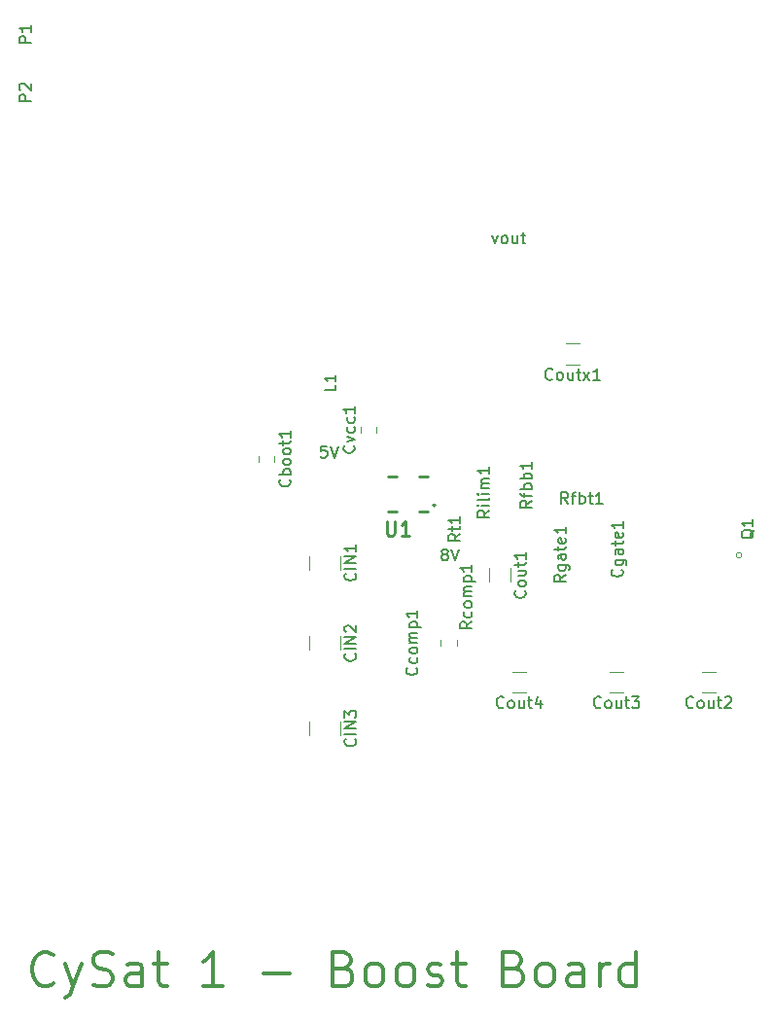
<source format=gbr>
G04 #@! TF.GenerationSoftware,KiCad,Pcbnew,(5.1.4)-1*
G04 #@! TF.CreationDate,2019-12-03T11:55:19-06:00*
G04 #@! TF.ProjectId,Boost,426f6f73-742e-46b6-9963-61645f706362,rev?*
G04 #@! TF.SameCoordinates,Original*
G04 #@! TF.FileFunction,Legend,Top*
G04 #@! TF.FilePolarity,Positive*
%FSLAX46Y46*%
G04 Gerber Fmt 4.6, Leading zero omitted, Abs format (unit mm)*
G04 Created by KiCad (PCBNEW (5.1.4)-1) date 2019-12-03 11:55:19*
%MOMM*%
%LPD*%
G04 APERTURE LIST*
%ADD10C,0.150000*%
%ADD11C,0.300000*%
%ADD12C,0.120000*%
%ADD13C,0.254000*%
%ADD14C,0.250000*%
G04 APERTURE END LIST*
D10*
X147923428Y-73547314D02*
X148161523Y-74213980D01*
X148399619Y-73547314D01*
X148923428Y-74213980D02*
X148828190Y-74166361D01*
X148780571Y-74118742D01*
X148732952Y-74023504D01*
X148732952Y-73737790D01*
X148780571Y-73642552D01*
X148828190Y-73594933D01*
X148923428Y-73547314D01*
X149066285Y-73547314D01*
X149161523Y-73594933D01*
X149209142Y-73642552D01*
X149256761Y-73737790D01*
X149256761Y-74023504D01*
X149209142Y-74118742D01*
X149161523Y-74166361D01*
X149066285Y-74213980D01*
X148923428Y-74213980D01*
X150113904Y-73547314D02*
X150113904Y-74213980D01*
X149685333Y-73547314D02*
X149685333Y-74071123D01*
X149732952Y-74166361D01*
X149828190Y-74213980D01*
X149971047Y-74213980D01*
X150066285Y-74166361D01*
X150113904Y-74118742D01*
X150447238Y-73547314D02*
X150828190Y-73547314D01*
X150590095Y-73213980D02*
X150590095Y-74071123D01*
X150637714Y-74166361D01*
X150732952Y-74213980D01*
X150828190Y-74213980D01*
X143697390Y-101252352D02*
X143602152Y-101204733D01*
X143554533Y-101157114D01*
X143506914Y-101061876D01*
X143506914Y-101014257D01*
X143554533Y-100919019D01*
X143602152Y-100871400D01*
X143697390Y-100823780D01*
X143887866Y-100823780D01*
X143983104Y-100871400D01*
X144030723Y-100919019D01*
X144078342Y-101014257D01*
X144078342Y-101061876D01*
X144030723Y-101157114D01*
X143983104Y-101204733D01*
X143887866Y-101252352D01*
X143697390Y-101252352D01*
X143602152Y-101299971D01*
X143554533Y-101347590D01*
X143506914Y-101442828D01*
X143506914Y-101633304D01*
X143554533Y-101728542D01*
X143602152Y-101776161D01*
X143697390Y-101823780D01*
X143887866Y-101823780D01*
X143983104Y-101776161D01*
X144030723Y-101728542D01*
X144078342Y-101633304D01*
X144078342Y-101442828D01*
X144030723Y-101347590D01*
X143983104Y-101299971D01*
X143887866Y-101252352D01*
X144364057Y-100823780D02*
X144697390Y-101823780D01*
X145030723Y-100823780D01*
X133515123Y-91857580D02*
X133038933Y-91857580D01*
X132991314Y-92333771D01*
X133038933Y-92286152D01*
X133134171Y-92238533D01*
X133372266Y-92238533D01*
X133467504Y-92286152D01*
X133515123Y-92333771D01*
X133562742Y-92429009D01*
X133562742Y-92667104D01*
X133515123Y-92762342D01*
X133467504Y-92809961D01*
X133372266Y-92857580D01*
X133134171Y-92857580D01*
X133038933Y-92809961D01*
X132991314Y-92762342D01*
X133848457Y-91857580D02*
X134181790Y-92857580D01*
X134515123Y-91857580D01*
D11*
X109739000Y-138612428D02*
X109596142Y-138755285D01*
X109167571Y-138898142D01*
X108881857Y-138898142D01*
X108453285Y-138755285D01*
X108167571Y-138469571D01*
X108024714Y-138183857D01*
X107881857Y-137612428D01*
X107881857Y-137183857D01*
X108024714Y-136612428D01*
X108167571Y-136326714D01*
X108453285Y-136041000D01*
X108881857Y-135898142D01*
X109167571Y-135898142D01*
X109596142Y-136041000D01*
X109739000Y-136183857D01*
X110739000Y-136898142D02*
X111453285Y-138898142D01*
X112167571Y-136898142D02*
X111453285Y-138898142D01*
X111167571Y-139612428D01*
X111024714Y-139755285D01*
X110739000Y-139898142D01*
X113167571Y-138755285D02*
X113596142Y-138898142D01*
X114310428Y-138898142D01*
X114596142Y-138755285D01*
X114739000Y-138612428D01*
X114881857Y-138326714D01*
X114881857Y-138041000D01*
X114739000Y-137755285D01*
X114596142Y-137612428D01*
X114310428Y-137469571D01*
X113739000Y-137326714D01*
X113453285Y-137183857D01*
X113310428Y-137041000D01*
X113167571Y-136755285D01*
X113167571Y-136469571D01*
X113310428Y-136183857D01*
X113453285Y-136041000D01*
X113739000Y-135898142D01*
X114453285Y-135898142D01*
X114881857Y-136041000D01*
X117453285Y-138898142D02*
X117453285Y-137326714D01*
X117310428Y-137041000D01*
X117024714Y-136898142D01*
X116453285Y-136898142D01*
X116167571Y-137041000D01*
X117453285Y-138755285D02*
X117167571Y-138898142D01*
X116453285Y-138898142D01*
X116167571Y-138755285D01*
X116024714Y-138469571D01*
X116024714Y-138183857D01*
X116167571Y-137898142D01*
X116453285Y-137755285D01*
X117167571Y-137755285D01*
X117453285Y-137612428D01*
X118453285Y-136898142D02*
X119596142Y-136898142D01*
X118881857Y-135898142D02*
X118881857Y-138469571D01*
X119024714Y-138755285D01*
X119310428Y-138898142D01*
X119596142Y-138898142D01*
X124453285Y-138898142D02*
X122739000Y-138898142D01*
X123596142Y-138898142D02*
X123596142Y-135898142D01*
X123310428Y-136326714D01*
X123024714Y-136612428D01*
X122739000Y-136755285D01*
X128024714Y-137755285D02*
X130310428Y-137755285D01*
X135024714Y-137326714D02*
X135453285Y-137469571D01*
X135596142Y-137612428D01*
X135739000Y-137898142D01*
X135739000Y-138326714D01*
X135596142Y-138612428D01*
X135453285Y-138755285D01*
X135167571Y-138898142D01*
X134024714Y-138898142D01*
X134024714Y-135898142D01*
X135024714Y-135898142D01*
X135310428Y-136041000D01*
X135453285Y-136183857D01*
X135596142Y-136469571D01*
X135596142Y-136755285D01*
X135453285Y-137041000D01*
X135310428Y-137183857D01*
X135024714Y-137326714D01*
X134024714Y-137326714D01*
X137453285Y-138898142D02*
X137167571Y-138755285D01*
X137024714Y-138612428D01*
X136881857Y-138326714D01*
X136881857Y-137469571D01*
X137024714Y-137183857D01*
X137167571Y-137041000D01*
X137453285Y-136898142D01*
X137881857Y-136898142D01*
X138167571Y-137041000D01*
X138310428Y-137183857D01*
X138453285Y-137469571D01*
X138453285Y-138326714D01*
X138310428Y-138612428D01*
X138167571Y-138755285D01*
X137881857Y-138898142D01*
X137453285Y-138898142D01*
X140167571Y-138898142D02*
X139881857Y-138755285D01*
X139739000Y-138612428D01*
X139596142Y-138326714D01*
X139596142Y-137469571D01*
X139739000Y-137183857D01*
X139881857Y-137041000D01*
X140167571Y-136898142D01*
X140596142Y-136898142D01*
X140881857Y-137041000D01*
X141024714Y-137183857D01*
X141167571Y-137469571D01*
X141167571Y-138326714D01*
X141024714Y-138612428D01*
X140881857Y-138755285D01*
X140596142Y-138898142D01*
X140167571Y-138898142D01*
X142310428Y-138755285D02*
X142596142Y-138898142D01*
X143167571Y-138898142D01*
X143453285Y-138755285D01*
X143596142Y-138469571D01*
X143596142Y-138326714D01*
X143453285Y-138041000D01*
X143167571Y-137898142D01*
X142739000Y-137898142D01*
X142453285Y-137755285D01*
X142310428Y-137469571D01*
X142310428Y-137326714D01*
X142453285Y-137041000D01*
X142739000Y-136898142D01*
X143167571Y-136898142D01*
X143453285Y-137041000D01*
X144453285Y-136898142D02*
X145596142Y-136898142D01*
X144881857Y-135898142D02*
X144881857Y-138469571D01*
X145024714Y-138755285D01*
X145310428Y-138898142D01*
X145596142Y-138898142D01*
X149881857Y-137326714D02*
X150310428Y-137469571D01*
X150453285Y-137612428D01*
X150596142Y-137898142D01*
X150596142Y-138326714D01*
X150453285Y-138612428D01*
X150310428Y-138755285D01*
X150024714Y-138898142D01*
X148881857Y-138898142D01*
X148881857Y-135898142D01*
X149881857Y-135898142D01*
X150167571Y-136041000D01*
X150310428Y-136183857D01*
X150453285Y-136469571D01*
X150453285Y-136755285D01*
X150310428Y-137041000D01*
X150167571Y-137183857D01*
X149881857Y-137326714D01*
X148881857Y-137326714D01*
X152310428Y-138898142D02*
X152024714Y-138755285D01*
X151881857Y-138612428D01*
X151739000Y-138326714D01*
X151739000Y-137469571D01*
X151881857Y-137183857D01*
X152024714Y-137041000D01*
X152310428Y-136898142D01*
X152739000Y-136898142D01*
X153024714Y-137041000D01*
X153167571Y-137183857D01*
X153310428Y-137469571D01*
X153310428Y-138326714D01*
X153167571Y-138612428D01*
X153024714Y-138755285D01*
X152739000Y-138898142D01*
X152310428Y-138898142D01*
X155881857Y-138898142D02*
X155881857Y-137326714D01*
X155739000Y-137041000D01*
X155453285Y-136898142D01*
X154881857Y-136898142D01*
X154596142Y-137041000D01*
X155881857Y-138755285D02*
X155596142Y-138898142D01*
X154881857Y-138898142D01*
X154596142Y-138755285D01*
X154453285Y-138469571D01*
X154453285Y-138183857D01*
X154596142Y-137898142D01*
X154881857Y-137755285D01*
X155596142Y-137755285D01*
X155881857Y-137612428D01*
X157310428Y-138898142D02*
X157310428Y-136898142D01*
X157310428Y-137469571D02*
X157453285Y-137183857D01*
X157596142Y-137041000D01*
X157881857Y-136898142D01*
X158167571Y-136898142D01*
X160453285Y-138898142D02*
X160453285Y-135898142D01*
X160453285Y-138755285D02*
X160167571Y-138898142D01*
X159596142Y-138898142D01*
X159310428Y-138755285D01*
X159167571Y-138612428D01*
X159024714Y-138326714D01*
X159024714Y-137469571D01*
X159167571Y-137183857D01*
X159310428Y-137041000D01*
X159596142Y-136898142D01*
X160167571Y-136898142D01*
X160453285Y-137041000D01*
D12*
X137870000Y-90676252D02*
X137870000Y-90153748D01*
X136450000Y-90676252D02*
X136450000Y-90153748D01*
X155542064Y-82910000D02*
X154337936Y-82910000D01*
X155542064Y-84730000D02*
X154337936Y-84730000D01*
X150879564Y-111485000D02*
X149675436Y-111485000D01*
X150879564Y-113305000D02*
X149675436Y-113305000D01*
X159352064Y-111485000D02*
X158147936Y-111485000D01*
X159352064Y-113305000D02*
X158147936Y-113305000D01*
X167389564Y-111485000D02*
X166185436Y-111485000D01*
X167389564Y-113305000D02*
X166185436Y-113305000D01*
X147680000Y-102485436D02*
X147680000Y-103689564D01*
X149500000Y-102485436D02*
X149500000Y-103689564D01*
X131990000Y-115820436D02*
X131990000Y-117024564D01*
X134710000Y-115820436D02*
X134710000Y-117024564D01*
X131990000Y-108400436D02*
X131990000Y-109604564D01*
X134710000Y-108400436D02*
X134710000Y-109604564D01*
X131990000Y-101415436D02*
X131990000Y-102619564D01*
X134710000Y-101415436D02*
X134710000Y-102619564D01*
X143435000Y-108713748D02*
X143435000Y-109236252D01*
X144855000Y-108713748D02*
X144855000Y-109236252D01*
X127560000Y-92693748D02*
X127560000Y-93216252D01*
X128980000Y-92693748D02*
X128980000Y-93216252D01*
D13*
X142934630Y-97002000D02*
G75*
G03X142934630Y-97002000I-64630J0D01*
G01*
D14*
X138839000Y-94512000D02*
X139589000Y-94512000D01*
X142339000Y-94512000D02*
X141589000Y-94512000D01*
X138839000Y-97512000D02*
X139589000Y-97512000D01*
X142339000Y-97512000D02*
X141589000Y-97512000D01*
D12*
X169668000Y-101346000D02*
G75*
G03X169668000Y-101346000I-250000J0D01*
G01*
D10*
X107748780Y-61809855D02*
X106748780Y-61809855D01*
X106748780Y-61428902D01*
X106796400Y-61333664D01*
X106844019Y-61286045D01*
X106939257Y-61238426D01*
X107082114Y-61238426D01*
X107177352Y-61286045D01*
X107224971Y-61333664D01*
X107272590Y-61428902D01*
X107272590Y-61809855D01*
X106844019Y-60857474D02*
X106796400Y-60809855D01*
X106748780Y-60714617D01*
X106748780Y-60476521D01*
X106796400Y-60381283D01*
X106844019Y-60333664D01*
X106939257Y-60286045D01*
X107034495Y-60286045D01*
X107177352Y-60333664D01*
X107748780Y-60905093D01*
X107748780Y-60286045D01*
X107748780Y-56729855D02*
X106748780Y-56729855D01*
X106748780Y-56348902D01*
X106796400Y-56253664D01*
X106844019Y-56206045D01*
X106939257Y-56158426D01*
X107082114Y-56158426D01*
X107177352Y-56206045D01*
X107224971Y-56253664D01*
X107272590Y-56348902D01*
X107272590Y-56729855D01*
X107748780Y-55206045D02*
X107748780Y-55777474D01*
X107748780Y-55491760D02*
X106748780Y-55491760D01*
X106891638Y-55586998D01*
X106986876Y-55682236D01*
X107034495Y-55777474D01*
X134312380Y-86526666D02*
X134312380Y-87002857D01*
X133312380Y-87002857D01*
X134312380Y-85669523D02*
X134312380Y-86240952D01*
X134312380Y-85955238D02*
X133312380Y-85955238D01*
X133455238Y-86050476D01*
X133550476Y-86145714D01*
X133598095Y-86240952D01*
X145132380Y-99512380D02*
X144656190Y-99845714D01*
X145132380Y-100083809D02*
X144132380Y-100083809D01*
X144132380Y-99702857D01*
X144180000Y-99607619D01*
X144227619Y-99560000D01*
X144322857Y-99512380D01*
X144465714Y-99512380D01*
X144560952Y-99560000D01*
X144608571Y-99607619D01*
X144656190Y-99702857D01*
X144656190Y-100083809D01*
X144465714Y-99226666D02*
X144465714Y-98845714D01*
X144132380Y-99083809D02*
X144989523Y-99083809D01*
X145084761Y-99036190D01*
X145132380Y-98940952D01*
X145132380Y-98845714D01*
X145132380Y-97988571D02*
X145132380Y-98560000D01*
X145132380Y-98274285D02*
X144132380Y-98274285D01*
X144275238Y-98369523D01*
X144370476Y-98464761D01*
X144418095Y-98560000D01*
X147672380Y-97456428D02*
X147196190Y-97789761D01*
X147672380Y-98027857D02*
X146672380Y-98027857D01*
X146672380Y-97646904D01*
X146720000Y-97551666D01*
X146767619Y-97504047D01*
X146862857Y-97456428D01*
X147005714Y-97456428D01*
X147100952Y-97504047D01*
X147148571Y-97551666D01*
X147196190Y-97646904D01*
X147196190Y-98027857D01*
X147672380Y-97027857D02*
X147005714Y-97027857D01*
X146672380Y-97027857D02*
X146720000Y-97075476D01*
X146767619Y-97027857D01*
X146720000Y-96980238D01*
X146672380Y-97027857D01*
X146767619Y-97027857D01*
X147672380Y-96408809D02*
X147624761Y-96504047D01*
X147529523Y-96551666D01*
X146672380Y-96551666D01*
X147672380Y-96027857D02*
X147005714Y-96027857D01*
X146672380Y-96027857D02*
X146720000Y-96075476D01*
X146767619Y-96027857D01*
X146720000Y-95980238D01*
X146672380Y-96027857D01*
X146767619Y-96027857D01*
X147672380Y-95551666D02*
X147005714Y-95551666D01*
X147100952Y-95551666D02*
X147053333Y-95504047D01*
X147005714Y-95408809D01*
X147005714Y-95265952D01*
X147053333Y-95170714D01*
X147148571Y-95123095D01*
X147672380Y-95123095D01*
X147148571Y-95123095D02*
X147053333Y-95075476D01*
X147005714Y-94980238D01*
X147005714Y-94837380D01*
X147053333Y-94742142D01*
X147148571Y-94694523D01*
X147672380Y-94694523D01*
X147672380Y-93694523D02*
X147672380Y-94265952D01*
X147672380Y-93980238D02*
X146672380Y-93980238D01*
X146815238Y-94075476D01*
X146910476Y-94170714D01*
X146958095Y-94265952D01*
X154342380Y-103070714D02*
X153866190Y-103404047D01*
X154342380Y-103642142D02*
X153342380Y-103642142D01*
X153342380Y-103261190D01*
X153390000Y-103165952D01*
X153437619Y-103118333D01*
X153532857Y-103070714D01*
X153675714Y-103070714D01*
X153770952Y-103118333D01*
X153818571Y-103165952D01*
X153866190Y-103261190D01*
X153866190Y-103642142D01*
X153675714Y-102213571D02*
X154485238Y-102213571D01*
X154580476Y-102261190D01*
X154628095Y-102308809D01*
X154675714Y-102404047D01*
X154675714Y-102546904D01*
X154628095Y-102642142D01*
X154294761Y-102213571D02*
X154342380Y-102308809D01*
X154342380Y-102499285D01*
X154294761Y-102594523D01*
X154247142Y-102642142D01*
X154151904Y-102689761D01*
X153866190Y-102689761D01*
X153770952Y-102642142D01*
X153723333Y-102594523D01*
X153675714Y-102499285D01*
X153675714Y-102308809D01*
X153723333Y-102213571D01*
X154342380Y-101308809D02*
X153818571Y-101308809D01*
X153723333Y-101356428D01*
X153675714Y-101451666D01*
X153675714Y-101642142D01*
X153723333Y-101737380D01*
X154294761Y-101308809D02*
X154342380Y-101404047D01*
X154342380Y-101642142D01*
X154294761Y-101737380D01*
X154199523Y-101785000D01*
X154104285Y-101785000D01*
X154009047Y-101737380D01*
X153961428Y-101642142D01*
X153961428Y-101404047D01*
X153913809Y-101308809D01*
X153675714Y-100975476D02*
X153675714Y-100594523D01*
X153342380Y-100832619D02*
X154199523Y-100832619D01*
X154294761Y-100785000D01*
X154342380Y-100689761D01*
X154342380Y-100594523D01*
X154294761Y-99880238D02*
X154342380Y-99975476D01*
X154342380Y-100165952D01*
X154294761Y-100261190D01*
X154199523Y-100308809D01*
X153818571Y-100308809D01*
X153723333Y-100261190D01*
X153675714Y-100165952D01*
X153675714Y-99975476D01*
X153723333Y-99880238D01*
X153818571Y-99832619D01*
X153913809Y-99832619D01*
X154009047Y-100308809D01*
X154342380Y-98880238D02*
X154342380Y-99451666D01*
X154342380Y-99165952D02*
X153342380Y-99165952D01*
X153485238Y-99261190D01*
X153580476Y-99356428D01*
X153628095Y-99451666D01*
X154534523Y-96872380D02*
X154201190Y-96396190D01*
X153963095Y-96872380D02*
X153963095Y-95872380D01*
X154344047Y-95872380D01*
X154439285Y-95920000D01*
X154486904Y-95967619D01*
X154534523Y-96062857D01*
X154534523Y-96205714D01*
X154486904Y-96300952D01*
X154439285Y-96348571D01*
X154344047Y-96396190D01*
X153963095Y-96396190D01*
X154820238Y-96205714D02*
X155201190Y-96205714D01*
X154963095Y-96872380D02*
X154963095Y-96015238D01*
X155010714Y-95920000D01*
X155105952Y-95872380D01*
X155201190Y-95872380D01*
X155534523Y-96872380D02*
X155534523Y-95872380D01*
X155534523Y-96253333D02*
X155629761Y-96205714D01*
X155820238Y-96205714D01*
X155915476Y-96253333D01*
X155963095Y-96300952D01*
X156010714Y-96396190D01*
X156010714Y-96681904D01*
X155963095Y-96777142D01*
X155915476Y-96824761D01*
X155820238Y-96872380D01*
X155629761Y-96872380D01*
X155534523Y-96824761D01*
X156296428Y-96205714D02*
X156677380Y-96205714D01*
X156439285Y-95872380D02*
X156439285Y-96729523D01*
X156486904Y-96824761D01*
X156582142Y-96872380D01*
X156677380Y-96872380D01*
X157534523Y-96872380D02*
X156963095Y-96872380D01*
X157248809Y-96872380D02*
X157248809Y-95872380D01*
X157153571Y-96015238D01*
X157058333Y-96110476D01*
X156963095Y-96158095D01*
X151362380Y-96607142D02*
X150886190Y-96940476D01*
X151362380Y-97178571D02*
X150362380Y-97178571D01*
X150362380Y-96797619D01*
X150410000Y-96702380D01*
X150457619Y-96654761D01*
X150552857Y-96607142D01*
X150695714Y-96607142D01*
X150790952Y-96654761D01*
X150838571Y-96702380D01*
X150886190Y-96797619D01*
X150886190Y-97178571D01*
X150695714Y-96321428D02*
X150695714Y-95940476D01*
X151362380Y-96178571D02*
X150505238Y-96178571D01*
X150410000Y-96130952D01*
X150362380Y-96035714D01*
X150362380Y-95940476D01*
X151362380Y-95607142D02*
X150362380Y-95607142D01*
X150743333Y-95607142D02*
X150695714Y-95511904D01*
X150695714Y-95321428D01*
X150743333Y-95226190D01*
X150790952Y-95178571D01*
X150886190Y-95130952D01*
X151171904Y-95130952D01*
X151267142Y-95178571D01*
X151314761Y-95226190D01*
X151362380Y-95321428D01*
X151362380Y-95511904D01*
X151314761Y-95607142D01*
X151362380Y-94702380D02*
X150362380Y-94702380D01*
X150743333Y-94702380D02*
X150695714Y-94607142D01*
X150695714Y-94416666D01*
X150743333Y-94321428D01*
X150790952Y-94273809D01*
X150886190Y-94226190D01*
X151171904Y-94226190D01*
X151267142Y-94273809D01*
X151314761Y-94321428D01*
X151362380Y-94416666D01*
X151362380Y-94607142D01*
X151314761Y-94702380D01*
X151362380Y-93273809D02*
X151362380Y-93845238D01*
X151362380Y-93559523D02*
X150362380Y-93559523D01*
X150505238Y-93654761D01*
X150600476Y-93750000D01*
X150648095Y-93845238D01*
X146146780Y-107144866D02*
X145670590Y-107478200D01*
X146146780Y-107716295D02*
X145146780Y-107716295D01*
X145146780Y-107335342D01*
X145194400Y-107240104D01*
X145242019Y-107192485D01*
X145337257Y-107144866D01*
X145480114Y-107144866D01*
X145575352Y-107192485D01*
X145622971Y-107240104D01*
X145670590Y-107335342D01*
X145670590Y-107716295D01*
X146099161Y-106287723D02*
X146146780Y-106382961D01*
X146146780Y-106573438D01*
X146099161Y-106668676D01*
X146051542Y-106716295D01*
X145956304Y-106763914D01*
X145670590Y-106763914D01*
X145575352Y-106716295D01*
X145527733Y-106668676D01*
X145480114Y-106573438D01*
X145480114Y-106382961D01*
X145527733Y-106287723D01*
X146146780Y-105716295D02*
X146099161Y-105811533D01*
X146051542Y-105859152D01*
X145956304Y-105906771D01*
X145670590Y-105906771D01*
X145575352Y-105859152D01*
X145527733Y-105811533D01*
X145480114Y-105716295D01*
X145480114Y-105573438D01*
X145527733Y-105478200D01*
X145575352Y-105430580D01*
X145670590Y-105382961D01*
X145956304Y-105382961D01*
X146051542Y-105430580D01*
X146099161Y-105478200D01*
X146146780Y-105573438D01*
X146146780Y-105716295D01*
X146146780Y-104954390D02*
X145480114Y-104954390D01*
X145575352Y-104954390D02*
X145527733Y-104906771D01*
X145480114Y-104811533D01*
X145480114Y-104668676D01*
X145527733Y-104573438D01*
X145622971Y-104525819D01*
X146146780Y-104525819D01*
X145622971Y-104525819D02*
X145527733Y-104478200D01*
X145480114Y-104382961D01*
X145480114Y-104240104D01*
X145527733Y-104144866D01*
X145622971Y-104097247D01*
X146146780Y-104097247D01*
X145480114Y-103621057D02*
X146480114Y-103621057D01*
X145527733Y-103621057D02*
X145480114Y-103525819D01*
X145480114Y-103335342D01*
X145527733Y-103240104D01*
X145575352Y-103192485D01*
X145670590Y-103144866D01*
X145956304Y-103144866D01*
X146051542Y-103192485D01*
X146099161Y-103240104D01*
X146146780Y-103335342D01*
X146146780Y-103525819D01*
X146099161Y-103621057D01*
X146146780Y-102192485D02*
X146146780Y-102763914D01*
X146146780Y-102478200D02*
X145146780Y-102478200D01*
X145289638Y-102573438D01*
X145384876Y-102668676D01*
X145432495Y-102763914D01*
X135867142Y-91819761D02*
X135914761Y-91867380D01*
X135962380Y-92010238D01*
X135962380Y-92105476D01*
X135914761Y-92248333D01*
X135819523Y-92343571D01*
X135724285Y-92391190D01*
X135533809Y-92438809D01*
X135390952Y-92438809D01*
X135200476Y-92391190D01*
X135105238Y-92343571D01*
X135010000Y-92248333D01*
X134962380Y-92105476D01*
X134962380Y-92010238D01*
X135010000Y-91867380D01*
X135057619Y-91819761D01*
X135295714Y-91486428D02*
X135962380Y-91248333D01*
X135295714Y-91010238D01*
X135914761Y-90200714D02*
X135962380Y-90295952D01*
X135962380Y-90486428D01*
X135914761Y-90581666D01*
X135867142Y-90629285D01*
X135771904Y-90676904D01*
X135486190Y-90676904D01*
X135390952Y-90629285D01*
X135343333Y-90581666D01*
X135295714Y-90486428D01*
X135295714Y-90295952D01*
X135343333Y-90200714D01*
X135914761Y-89343571D02*
X135962380Y-89438809D01*
X135962380Y-89629285D01*
X135914761Y-89724523D01*
X135867142Y-89772142D01*
X135771904Y-89819761D01*
X135486190Y-89819761D01*
X135390952Y-89772142D01*
X135343333Y-89724523D01*
X135295714Y-89629285D01*
X135295714Y-89438809D01*
X135343333Y-89343571D01*
X135962380Y-88391190D02*
X135962380Y-88962619D01*
X135962380Y-88676904D02*
X134962380Y-88676904D01*
X135105238Y-88772142D01*
X135200476Y-88867380D01*
X135248095Y-88962619D01*
X153178095Y-85997142D02*
X153130476Y-86044761D01*
X152987619Y-86092380D01*
X152892380Y-86092380D01*
X152749523Y-86044761D01*
X152654285Y-85949523D01*
X152606666Y-85854285D01*
X152559047Y-85663809D01*
X152559047Y-85520952D01*
X152606666Y-85330476D01*
X152654285Y-85235238D01*
X152749523Y-85140000D01*
X152892380Y-85092380D01*
X152987619Y-85092380D01*
X153130476Y-85140000D01*
X153178095Y-85187619D01*
X153749523Y-86092380D02*
X153654285Y-86044761D01*
X153606666Y-85997142D01*
X153559047Y-85901904D01*
X153559047Y-85616190D01*
X153606666Y-85520952D01*
X153654285Y-85473333D01*
X153749523Y-85425714D01*
X153892380Y-85425714D01*
X153987619Y-85473333D01*
X154035238Y-85520952D01*
X154082857Y-85616190D01*
X154082857Y-85901904D01*
X154035238Y-85997142D01*
X153987619Y-86044761D01*
X153892380Y-86092380D01*
X153749523Y-86092380D01*
X154940000Y-85425714D02*
X154940000Y-86092380D01*
X154511428Y-85425714D02*
X154511428Y-85949523D01*
X154559047Y-86044761D01*
X154654285Y-86092380D01*
X154797142Y-86092380D01*
X154892380Y-86044761D01*
X154940000Y-85997142D01*
X155273333Y-85425714D02*
X155654285Y-85425714D01*
X155416190Y-85092380D02*
X155416190Y-85949523D01*
X155463809Y-86044761D01*
X155559047Y-86092380D01*
X155654285Y-86092380D01*
X155892380Y-86092380D02*
X156416190Y-85425714D01*
X155892380Y-85425714D02*
X156416190Y-86092380D01*
X157320952Y-86092380D02*
X156749523Y-86092380D01*
X157035238Y-86092380D02*
X157035238Y-85092380D01*
X156940000Y-85235238D01*
X156844761Y-85330476D01*
X156749523Y-85378095D01*
X148920357Y-114572142D02*
X148872738Y-114619761D01*
X148729880Y-114667380D01*
X148634642Y-114667380D01*
X148491785Y-114619761D01*
X148396547Y-114524523D01*
X148348928Y-114429285D01*
X148301309Y-114238809D01*
X148301309Y-114095952D01*
X148348928Y-113905476D01*
X148396547Y-113810238D01*
X148491785Y-113715000D01*
X148634642Y-113667380D01*
X148729880Y-113667380D01*
X148872738Y-113715000D01*
X148920357Y-113762619D01*
X149491785Y-114667380D02*
X149396547Y-114619761D01*
X149348928Y-114572142D01*
X149301309Y-114476904D01*
X149301309Y-114191190D01*
X149348928Y-114095952D01*
X149396547Y-114048333D01*
X149491785Y-114000714D01*
X149634642Y-114000714D01*
X149729880Y-114048333D01*
X149777500Y-114095952D01*
X149825119Y-114191190D01*
X149825119Y-114476904D01*
X149777500Y-114572142D01*
X149729880Y-114619761D01*
X149634642Y-114667380D01*
X149491785Y-114667380D01*
X150682261Y-114000714D02*
X150682261Y-114667380D01*
X150253690Y-114000714D02*
X150253690Y-114524523D01*
X150301309Y-114619761D01*
X150396547Y-114667380D01*
X150539404Y-114667380D01*
X150634642Y-114619761D01*
X150682261Y-114572142D01*
X151015595Y-114000714D02*
X151396547Y-114000714D01*
X151158452Y-113667380D02*
X151158452Y-114524523D01*
X151206071Y-114619761D01*
X151301309Y-114667380D01*
X151396547Y-114667380D01*
X152158452Y-114000714D02*
X152158452Y-114667380D01*
X151920357Y-113619761D02*
X151682261Y-114334047D01*
X152301309Y-114334047D01*
X157392857Y-114572142D02*
X157345238Y-114619761D01*
X157202380Y-114667380D01*
X157107142Y-114667380D01*
X156964285Y-114619761D01*
X156869047Y-114524523D01*
X156821428Y-114429285D01*
X156773809Y-114238809D01*
X156773809Y-114095952D01*
X156821428Y-113905476D01*
X156869047Y-113810238D01*
X156964285Y-113715000D01*
X157107142Y-113667380D01*
X157202380Y-113667380D01*
X157345238Y-113715000D01*
X157392857Y-113762619D01*
X157964285Y-114667380D02*
X157869047Y-114619761D01*
X157821428Y-114572142D01*
X157773809Y-114476904D01*
X157773809Y-114191190D01*
X157821428Y-114095952D01*
X157869047Y-114048333D01*
X157964285Y-114000714D01*
X158107142Y-114000714D01*
X158202380Y-114048333D01*
X158250000Y-114095952D01*
X158297619Y-114191190D01*
X158297619Y-114476904D01*
X158250000Y-114572142D01*
X158202380Y-114619761D01*
X158107142Y-114667380D01*
X157964285Y-114667380D01*
X159154761Y-114000714D02*
X159154761Y-114667380D01*
X158726190Y-114000714D02*
X158726190Y-114524523D01*
X158773809Y-114619761D01*
X158869047Y-114667380D01*
X159011904Y-114667380D01*
X159107142Y-114619761D01*
X159154761Y-114572142D01*
X159488095Y-114000714D02*
X159869047Y-114000714D01*
X159630952Y-113667380D02*
X159630952Y-114524523D01*
X159678571Y-114619761D01*
X159773809Y-114667380D01*
X159869047Y-114667380D01*
X160107142Y-113667380D02*
X160726190Y-113667380D01*
X160392857Y-114048333D01*
X160535714Y-114048333D01*
X160630952Y-114095952D01*
X160678571Y-114143571D01*
X160726190Y-114238809D01*
X160726190Y-114476904D01*
X160678571Y-114572142D01*
X160630952Y-114619761D01*
X160535714Y-114667380D01*
X160250000Y-114667380D01*
X160154761Y-114619761D01*
X160107142Y-114572142D01*
X165430357Y-114572142D02*
X165382738Y-114619761D01*
X165239880Y-114667380D01*
X165144642Y-114667380D01*
X165001785Y-114619761D01*
X164906547Y-114524523D01*
X164858928Y-114429285D01*
X164811309Y-114238809D01*
X164811309Y-114095952D01*
X164858928Y-113905476D01*
X164906547Y-113810238D01*
X165001785Y-113715000D01*
X165144642Y-113667380D01*
X165239880Y-113667380D01*
X165382738Y-113715000D01*
X165430357Y-113762619D01*
X166001785Y-114667380D02*
X165906547Y-114619761D01*
X165858928Y-114572142D01*
X165811309Y-114476904D01*
X165811309Y-114191190D01*
X165858928Y-114095952D01*
X165906547Y-114048333D01*
X166001785Y-114000714D01*
X166144642Y-114000714D01*
X166239880Y-114048333D01*
X166287500Y-114095952D01*
X166335119Y-114191190D01*
X166335119Y-114476904D01*
X166287500Y-114572142D01*
X166239880Y-114619761D01*
X166144642Y-114667380D01*
X166001785Y-114667380D01*
X167192261Y-114000714D02*
X167192261Y-114667380D01*
X166763690Y-114000714D02*
X166763690Y-114524523D01*
X166811309Y-114619761D01*
X166906547Y-114667380D01*
X167049404Y-114667380D01*
X167144642Y-114619761D01*
X167192261Y-114572142D01*
X167525595Y-114000714D02*
X167906547Y-114000714D01*
X167668452Y-113667380D02*
X167668452Y-114524523D01*
X167716071Y-114619761D01*
X167811309Y-114667380D01*
X167906547Y-114667380D01*
X168192261Y-113762619D02*
X168239880Y-113715000D01*
X168335119Y-113667380D01*
X168573214Y-113667380D01*
X168668452Y-113715000D01*
X168716071Y-113762619D01*
X168763690Y-113857857D01*
X168763690Y-113953095D01*
X168716071Y-114095952D01*
X168144642Y-114667380D01*
X168763690Y-114667380D01*
X150767142Y-104444642D02*
X150814761Y-104492261D01*
X150862380Y-104635119D01*
X150862380Y-104730357D01*
X150814761Y-104873214D01*
X150719523Y-104968452D01*
X150624285Y-105016071D01*
X150433809Y-105063690D01*
X150290952Y-105063690D01*
X150100476Y-105016071D01*
X150005238Y-104968452D01*
X149910000Y-104873214D01*
X149862380Y-104730357D01*
X149862380Y-104635119D01*
X149910000Y-104492261D01*
X149957619Y-104444642D01*
X150862380Y-103873214D02*
X150814761Y-103968452D01*
X150767142Y-104016071D01*
X150671904Y-104063690D01*
X150386190Y-104063690D01*
X150290952Y-104016071D01*
X150243333Y-103968452D01*
X150195714Y-103873214D01*
X150195714Y-103730357D01*
X150243333Y-103635119D01*
X150290952Y-103587500D01*
X150386190Y-103539880D01*
X150671904Y-103539880D01*
X150767142Y-103587500D01*
X150814761Y-103635119D01*
X150862380Y-103730357D01*
X150862380Y-103873214D01*
X150195714Y-102682738D02*
X150862380Y-102682738D01*
X150195714Y-103111309D02*
X150719523Y-103111309D01*
X150814761Y-103063690D01*
X150862380Y-102968452D01*
X150862380Y-102825595D01*
X150814761Y-102730357D01*
X150767142Y-102682738D01*
X150195714Y-102349404D02*
X150195714Y-101968452D01*
X149862380Y-102206547D02*
X150719523Y-102206547D01*
X150814761Y-102158928D01*
X150862380Y-102063690D01*
X150862380Y-101968452D01*
X150862380Y-101111309D02*
X150862380Y-101682738D01*
X150862380Y-101397023D02*
X149862380Y-101397023D01*
X150005238Y-101492261D01*
X150100476Y-101587500D01*
X150148095Y-101682738D01*
X135987142Y-117351071D02*
X136034761Y-117398690D01*
X136082380Y-117541547D01*
X136082380Y-117636785D01*
X136034761Y-117779642D01*
X135939523Y-117874880D01*
X135844285Y-117922500D01*
X135653809Y-117970119D01*
X135510952Y-117970119D01*
X135320476Y-117922500D01*
X135225238Y-117874880D01*
X135130000Y-117779642D01*
X135082380Y-117636785D01*
X135082380Y-117541547D01*
X135130000Y-117398690D01*
X135177619Y-117351071D01*
X136082380Y-116922500D02*
X135082380Y-116922500D01*
X136082380Y-116446309D02*
X135082380Y-116446309D01*
X136082380Y-115874880D01*
X135082380Y-115874880D01*
X135082380Y-115493928D02*
X135082380Y-114874880D01*
X135463333Y-115208214D01*
X135463333Y-115065357D01*
X135510952Y-114970119D01*
X135558571Y-114922500D01*
X135653809Y-114874880D01*
X135891904Y-114874880D01*
X135987142Y-114922500D01*
X136034761Y-114970119D01*
X136082380Y-115065357D01*
X136082380Y-115351071D01*
X136034761Y-115446309D01*
X135987142Y-115493928D01*
X135987142Y-109931071D02*
X136034761Y-109978690D01*
X136082380Y-110121547D01*
X136082380Y-110216785D01*
X136034761Y-110359642D01*
X135939523Y-110454880D01*
X135844285Y-110502500D01*
X135653809Y-110550119D01*
X135510952Y-110550119D01*
X135320476Y-110502500D01*
X135225238Y-110454880D01*
X135130000Y-110359642D01*
X135082380Y-110216785D01*
X135082380Y-110121547D01*
X135130000Y-109978690D01*
X135177619Y-109931071D01*
X136082380Y-109502500D02*
X135082380Y-109502500D01*
X136082380Y-109026309D02*
X135082380Y-109026309D01*
X136082380Y-108454880D01*
X135082380Y-108454880D01*
X135177619Y-108026309D02*
X135130000Y-107978690D01*
X135082380Y-107883452D01*
X135082380Y-107645357D01*
X135130000Y-107550119D01*
X135177619Y-107502500D01*
X135272857Y-107454880D01*
X135368095Y-107454880D01*
X135510952Y-107502500D01*
X136082380Y-108073928D01*
X136082380Y-107454880D01*
X135987142Y-102946071D02*
X136034761Y-102993690D01*
X136082380Y-103136547D01*
X136082380Y-103231785D01*
X136034761Y-103374642D01*
X135939523Y-103469880D01*
X135844285Y-103517500D01*
X135653809Y-103565119D01*
X135510952Y-103565119D01*
X135320476Y-103517500D01*
X135225238Y-103469880D01*
X135130000Y-103374642D01*
X135082380Y-103231785D01*
X135082380Y-103136547D01*
X135130000Y-102993690D01*
X135177619Y-102946071D01*
X136082380Y-102517500D02*
X135082380Y-102517500D01*
X136082380Y-102041309D02*
X135082380Y-102041309D01*
X136082380Y-101469880D01*
X135082380Y-101469880D01*
X136082380Y-100469880D02*
X136082380Y-101041309D01*
X136082380Y-100755595D02*
X135082380Y-100755595D01*
X135225238Y-100850833D01*
X135320476Y-100946071D01*
X135368095Y-101041309D01*
X159207142Y-102600714D02*
X159254761Y-102648333D01*
X159302380Y-102791190D01*
X159302380Y-102886428D01*
X159254761Y-103029285D01*
X159159523Y-103124523D01*
X159064285Y-103172142D01*
X158873809Y-103219761D01*
X158730952Y-103219761D01*
X158540476Y-103172142D01*
X158445238Y-103124523D01*
X158350000Y-103029285D01*
X158302380Y-102886428D01*
X158302380Y-102791190D01*
X158350000Y-102648333D01*
X158397619Y-102600714D01*
X158635714Y-101743571D02*
X159445238Y-101743571D01*
X159540476Y-101791190D01*
X159588095Y-101838809D01*
X159635714Y-101934047D01*
X159635714Y-102076904D01*
X159588095Y-102172142D01*
X159254761Y-101743571D02*
X159302380Y-101838809D01*
X159302380Y-102029285D01*
X159254761Y-102124523D01*
X159207142Y-102172142D01*
X159111904Y-102219761D01*
X158826190Y-102219761D01*
X158730952Y-102172142D01*
X158683333Y-102124523D01*
X158635714Y-102029285D01*
X158635714Y-101838809D01*
X158683333Y-101743571D01*
X159302380Y-100838809D02*
X158778571Y-100838809D01*
X158683333Y-100886428D01*
X158635714Y-100981666D01*
X158635714Y-101172142D01*
X158683333Y-101267380D01*
X159254761Y-100838809D02*
X159302380Y-100934047D01*
X159302380Y-101172142D01*
X159254761Y-101267380D01*
X159159523Y-101315000D01*
X159064285Y-101315000D01*
X158969047Y-101267380D01*
X158921428Y-101172142D01*
X158921428Y-100934047D01*
X158873809Y-100838809D01*
X158635714Y-100505476D02*
X158635714Y-100124523D01*
X158302380Y-100362619D02*
X159159523Y-100362619D01*
X159254761Y-100315000D01*
X159302380Y-100219761D01*
X159302380Y-100124523D01*
X159254761Y-99410238D02*
X159302380Y-99505476D01*
X159302380Y-99695952D01*
X159254761Y-99791190D01*
X159159523Y-99838809D01*
X158778571Y-99838809D01*
X158683333Y-99791190D01*
X158635714Y-99695952D01*
X158635714Y-99505476D01*
X158683333Y-99410238D01*
X158778571Y-99362619D01*
X158873809Y-99362619D01*
X158969047Y-99838809D01*
X159302380Y-98410238D02*
X159302380Y-98981666D01*
X159302380Y-98695952D02*
X158302380Y-98695952D01*
X158445238Y-98791190D01*
X158540476Y-98886428D01*
X158588095Y-98981666D01*
X141327142Y-111141666D02*
X141374761Y-111189285D01*
X141422380Y-111332142D01*
X141422380Y-111427380D01*
X141374761Y-111570238D01*
X141279523Y-111665476D01*
X141184285Y-111713095D01*
X140993809Y-111760714D01*
X140850952Y-111760714D01*
X140660476Y-111713095D01*
X140565238Y-111665476D01*
X140470000Y-111570238D01*
X140422380Y-111427380D01*
X140422380Y-111332142D01*
X140470000Y-111189285D01*
X140517619Y-111141666D01*
X141374761Y-110284523D02*
X141422380Y-110379761D01*
X141422380Y-110570238D01*
X141374761Y-110665476D01*
X141327142Y-110713095D01*
X141231904Y-110760714D01*
X140946190Y-110760714D01*
X140850952Y-110713095D01*
X140803333Y-110665476D01*
X140755714Y-110570238D01*
X140755714Y-110379761D01*
X140803333Y-110284523D01*
X141422380Y-109713095D02*
X141374761Y-109808333D01*
X141327142Y-109855952D01*
X141231904Y-109903571D01*
X140946190Y-109903571D01*
X140850952Y-109855952D01*
X140803333Y-109808333D01*
X140755714Y-109713095D01*
X140755714Y-109570238D01*
X140803333Y-109475000D01*
X140850952Y-109427380D01*
X140946190Y-109379761D01*
X141231904Y-109379761D01*
X141327142Y-109427380D01*
X141374761Y-109475000D01*
X141422380Y-109570238D01*
X141422380Y-109713095D01*
X141422380Y-108951190D02*
X140755714Y-108951190D01*
X140850952Y-108951190D02*
X140803333Y-108903571D01*
X140755714Y-108808333D01*
X140755714Y-108665476D01*
X140803333Y-108570238D01*
X140898571Y-108522619D01*
X141422380Y-108522619D01*
X140898571Y-108522619D02*
X140803333Y-108475000D01*
X140755714Y-108379761D01*
X140755714Y-108236904D01*
X140803333Y-108141666D01*
X140898571Y-108094047D01*
X141422380Y-108094047D01*
X140755714Y-107617857D02*
X141755714Y-107617857D01*
X140803333Y-107617857D02*
X140755714Y-107522619D01*
X140755714Y-107332142D01*
X140803333Y-107236904D01*
X140850952Y-107189285D01*
X140946190Y-107141666D01*
X141231904Y-107141666D01*
X141327142Y-107189285D01*
X141374761Y-107236904D01*
X141422380Y-107332142D01*
X141422380Y-107522619D01*
X141374761Y-107617857D01*
X141422380Y-106189285D02*
X141422380Y-106760714D01*
X141422380Y-106475000D02*
X140422380Y-106475000D01*
X140565238Y-106570238D01*
X140660476Y-106665476D01*
X140708095Y-106760714D01*
X130277142Y-94764523D02*
X130324761Y-94812142D01*
X130372380Y-94955000D01*
X130372380Y-95050238D01*
X130324761Y-95193095D01*
X130229523Y-95288333D01*
X130134285Y-95335952D01*
X129943809Y-95383571D01*
X129800952Y-95383571D01*
X129610476Y-95335952D01*
X129515238Y-95288333D01*
X129420000Y-95193095D01*
X129372380Y-95050238D01*
X129372380Y-94955000D01*
X129420000Y-94812142D01*
X129467619Y-94764523D01*
X130372380Y-94335952D02*
X129372380Y-94335952D01*
X129753333Y-94335952D02*
X129705714Y-94240714D01*
X129705714Y-94050238D01*
X129753333Y-93955000D01*
X129800952Y-93907380D01*
X129896190Y-93859761D01*
X130181904Y-93859761D01*
X130277142Y-93907380D01*
X130324761Y-93955000D01*
X130372380Y-94050238D01*
X130372380Y-94240714D01*
X130324761Y-94335952D01*
X130372380Y-93288333D02*
X130324761Y-93383571D01*
X130277142Y-93431190D01*
X130181904Y-93478809D01*
X129896190Y-93478809D01*
X129800952Y-93431190D01*
X129753333Y-93383571D01*
X129705714Y-93288333D01*
X129705714Y-93145476D01*
X129753333Y-93050238D01*
X129800952Y-93002619D01*
X129896190Y-92955000D01*
X130181904Y-92955000D01*
X130277142Y-93002619D01*
X130324761Y-93050238D01*
X130372380Y-93145476D01*
X130372380Y-93288333D01*
X130372380Y-92383571D02*
X130324761Y-92478809D01*
X130277142Y-92526428D01*
X130181904Y-92574047D01*
X129896190Y-92574047D01*
X129800952Y-92526428D01*
X129753333Y-92478809D01*
X129705714Y-92383571D01*
X129705714Y-92240714D01*
X129753333Y-92145476D01*
X129800952Y-92097857D01*
X129896190Y-92050238D01*
X130181904Y-92050238D01*
X130277142Y-92097857D01*
X130324761Y-92145476D01*
X130372380Y-92240714D01*
X130372380Y-92383571D01*
X129705714Y-91764523D02*
X129705714Y-91383571D01*
X129372380Y-91621666D02*
X130229523Y-91621666D01*
X130324761Y-91574047D01*
X130372380Y-91478809D01*
X130372380Y-91383571D01*
X130372380Y-90526428D02*
X130372380Y-91097857D01*
X130372380Y-90812142D02*
X129372380Y-90812142D01*
X129515238Y-90907380D01*
X129610476Y-91002619D01*
X129658095Y-91097857D01*
D13*
X138732380Y-98364523D02*
X138732380Y-99392619D01*
X138792857Y-99513571D01*
X138853333Y-99574047D01*
X138974285Y-99634523D01*
X139216190Y-99634523D01*
X139337142Y-99574047D01*
X139397619Y-99513571D01*
X139458095Y-99392619D01*
X139458095Y-98364523D01*
X140728095Y-99634523D02*
X140002380Y-99634523D01*
X140365238Y-99634523D02*
X140365238Y-98364523D01*
X140244285Y-98545952D01*
X140123333Y-98666904D01*
X140002380Y-98727380D01*
D10*
X170727619Y-99155238D02*
X170680000Y-99250476D01*
X170584761Y-99345714D01*
X170441904Y-99488571D01*
X170394285Y-99583809D01*
X170394285Y-99679047D01*
X170632380Y-99631428D02*
X170584761Y-99726666D01*
X170489523Y-99821904D01*
X170299047Y-99869523D01*
X169965714Y-99869523D01*
X169775238Y-99821904D01*
X169680000Y-99726666D01*
X169632380Y-99631428D01*
X169632380Y-99440952D01*
X169680000Y-99345714D01*
X169775238Y-99250476D01*
X169965714Y-99202857D01*
X170299047Y-99202857D01*
X170489523Y-99250476D01*
X170584761Y-99345714D01*
X170632380Y-99440952D01*
X170632380Y-99631428D01*
X170632380Y-98250476D02*
X170632380Y-98821904D01*
X170632380Y-98536190D02*
X169632380Y-98536190D01*
X169775238Y-98631428D01*
X169870476Y-98726666D01*
X169918095Y-98821904D01*
M02*

</source>
